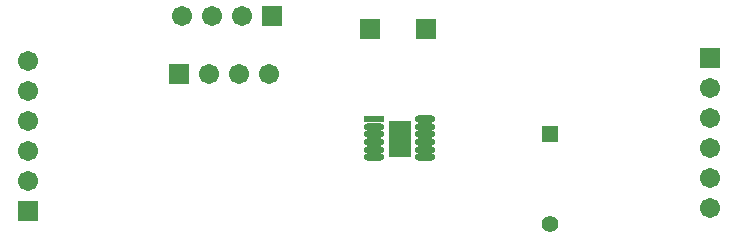
<source format=gts>
%FSLAX25Y25*%
%MOIN*%
G70*
G01*
G75*
G04 Layer_Color=8388736*
%ADD10C,0.02000*%
%ADD11C,0.01200*%
%ADD12C,0.03000*%
%ADD13R,0.06000X0.06000*%
%ADD14R,0.06496X0.11201*%
%ADD15O,0.05906X0.01654*%
%ADD16R,0.05906X0.01654*%
%ADD17C,0.01000*%
%ADD18C,0.01500*%
%ADD19R,0.05906X0.05906*%
%ADD20C,0.05906*%
%ADD21R,0.04724X0.04724*%
%ADD22C,0.04724*%
%ADD23R,0.05906X0.05906*%
%ADD24R,0.01598X0.04724*%
%ADD25O,0.01598X0.04724*%
%ADD26C,0.00787*%
%ADD27C,0.00591*%
%ADD28R,0.06800X0.06800*%
%ADD29R,0.07296X0.12001*%
%ADD30O,0.06706X0.02454*%
%ADD31R,0.06706X0.02454*%
%ADD32R,0.06706X0.06706*%
%ADD33C,0.06706*%
%ADD34R,0.05524X0.05524*%
%ADD35C,0.05524*%
%ADD36R,0.06706X0.06706*%
D28*
X238250Y467500D02*
D03*
X256750D02*
D03*
D29*
X248000Y431000D02*
D03*
D30*
X256429Y424705D02*
D03*
Y427264D02*
D03*
Y429823D02*
D03*
Y432382D02*
D03*
Y434941D02*
D03*
Y437500D02*
D03*
X239500Y424705D02*
D03*
Y427264D02*
D03*
Y429823D02*
D03*
Y432382D02*
D03*
Y434941D02*
D03*
D31*
Y437500D02*
D03*
D32*
X351500Y458000D02*
D03*
X124000Y407000D02*
D03*
D33*
X351500Y448000D02*
D03*
Y438000D02*
D03*
Y428000D02*
D03*
Y418000D02*
D03*
Y408000D02*
D03*
X124000Y417000D02*
D03*
Y427000D02*
D03*
Y437000D02*
D03*
Y447000D02*
D03*
Y457000D02*
D03*
X195500Y472000D02*
D03*
X185500D02*
D03*
X175500D02*
D03*
X184500Y452500D02*
D03*
X194500D02*
D03*
X204500D02*
D03*
D34*
X298000Y432500D02*
D03*
D35*
Y402500D02*
D03*
D36*
X205500Y472000D02*
D03*
X174500Y452500D02*
D03*
M02*

</source>
